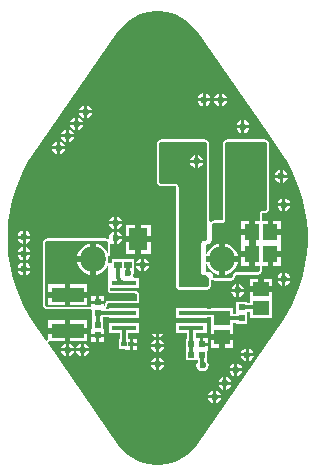
<source format=gtl>
G04*
G04 #@! TF.GenerationSoftware,Altium Limited,Altium Designer,20.1.14 (287)*
G04*
G04 Layer_Physical_Order=1*
G04 Layer_Color=255*
%FSLAX25Y25*%
%MOIN*%
G70*
G04*
G04 #@! TF.SameCoordinates,3CBCD0D0-32B7-46DE-8EB3-B5E10EB4AE05*
G04*
G04*
G04 #@! TF.FilePolarity,Positive*
G04*
G01*
G75*
%ADD13R,0.09843X0.12795*%
%ADD14R,0.06299X0.07480*%
%ADD15R,0.08465X0.01772*%
%ADD16R,0.08386X0.11811*%
%ADD17R,0.05118X0.05512*%
%ADD18R,0.11024X0.04921*%
%ADD19R,0.02165X0.02165*%
%ADD20R,0.02756X0.02441*%
%ADD21R,0.01968X0.01654*%
%ADD22R,0.02165X0.02165*%
%ADD23R,0.05512X0.05118*%
%ADD37C,0.03150*%
%ADD38C,0.01181*%
%ADD39C,0.02362*%
%ADD40C,0.08661*%
%ADD41C,0.27559*%
%ADD42C,0.02362*%
G36*
X54869Y152397D02*
X56737Y151948D01*
X58539Y151282D01*
X60251Y150409D01*
X61848Y149340D01*
X63308Y148091D01*
X64611Y146679D01*
X65168Y145911D01*
X88667Y111851D01*
X94135Y103926D01*
X95084Y102442D01*
X96783Y99316D01*
X98256Y96077D01*
X99495Y92742D01*
X100493Y89327D01*
X101247Y85850D01*
X101751Y82328D01*
X102004Y78779D01*
Y75221D01*
X101751Y71672D01*
X101247Y68150D01*
X100493Y64673D01*
X99495Y61258D01*
X98256Y57923D01*
X97845Y57020D01*
X97836Y57000D01*
X96783Y54684D01*
X95084Y51558D01*
X94135Y50074D01*
X65168Y8089D01*
X64611Y7321D01*
X63308Y5909D01*
X61848Y4660D01*
X60251Y3591D01*
X58539Y2718D01*
X56737Y2052D01*
X54869Y1603D01*
X52961Y1377D01*
X51039D01*
X49131Y1603D01*
X47263Y2052D01*
X45461Y2718D01*
X43749Y3591D01*
X42152Y4660D01*
X40692Y5909D01*
X39389Y7321D01*
X38832Y8089D01*
X15380Y42080D01*
X15674Y42535D01*
X15877Y42535D01*
X21016D01*
Y45012D01*
X15488D01*
Y42969D01*
X15488Y42804D01*
X14988Y42648D01*
X9865Y50074D01*
X8916Y51558D01*
X7217Y54684D01*
X5744Y57923D01*
X4505Y61258D01*
X3507Y64673D01*
X2753Y68150D01*
X2249Y71672D01*
X1996Y75221D01*
Y78185D01*
Y78779D01*
X2249Y82328D01*
X2753Y85850D01*
X3507Y89327D01*
X4505Y92742D01*
X5744Y96077D01*
X7217Y99316D01*
X8916Y102442D01*
X9865Y103926D01*
X38832Y145911D01*
X39389Y146679D01*
X40692Y148091D01*
X42152Y149340D01*
X43749Y150409D01*
X45461Y151282D01*
X47263Y151948D01*
X49131Y152397D01*
X51039Y152623D01*
X52961D01*
X54869Y152397D01*
D02*
G37*
%LPC*%
G36*
X73500Y125124D02*
Y123500D01*
X75124D01*
X75055Y123851D01*
X74572Y124573D01*
X73851Y125055D01*
X73500Y125124D01*
D02*
G37*
G36*
X72500D02*
X72149Y125055D01*
X71428Y124573D01*
X70946Y123851D01*
X70876Y123500D01*
X72500D01*
Y125124D01*
D02*
G37*
G36*
X68000D02*
Y123500D01*
X69624D01*
X69555Y123851D01*
X69073Y124573D01*
X68351Y125055D01*
X68000Y125124D01*
D02*
G37*
G36*
X67000D02*
X66649Y125055D01*
X65927Y124573D01*
X65446Y123851D01*
X65376Y123500D01*
X67000D01*
Y125124D01*
D02*
G37*
G36*
X75124Y122500D02*
X73500D01*
Y120876D01*
X73851Y120946D01*
X74572Y121428D01*
X75055Y122149D01*
X75124Y122500D01*
D02*
G37*
G36*
X72500D02*
X70876D01*
X70946Y122149D01*
X71428Y121428D01*
X72149Y120946D01*
X72500Y120876D01*
Y122500D01*
D02*
G37*
G36*
X69624D02*
X68000D01*
Y120876D01*
X68351Y120946D01*
X69073Y121428D01*
X69555Y122149D01*
X69624Y122500D01*
D02*
G37*
G36*
X67000D02*
X65376D01*
X65446Y122149D01*
X65927Y121428D01*
X66649Y120946D01*
X67000Y120876D01*
Y122500D01*
D02*
G37*
G36*
X28500Y121124D02*
Y119500D01*
X30124D01*
X30055Y119851D01*
X29572Y120572D01*
X28851Y121054D01*
X28500Y121124D01*
D02*
G37*
G36*
X27500D02*
X27149Y121054D01*
X26428Y120572D01*
X25945Y119851D01*
X25876Y119500D01*
X27500D01*
Y121124D01*
D02*
G37*
G36*
X30124Y118500D02*
X28500D01*
Y116876D01*
X28851Y116946D01*
X29572Y117428D01*
X30055Y118149D01*
X30124Y118500D01*
D02*
G37*
G36*
X27500D02*
X25876D01*
X25945Y118149D01*
X26428Y117428D01*
X27149Y116946D01*
X27500Y116876D01*
Y118500D01*
D02*
G37*
G36*
X25500Y117124D02*
Y115500D01*
X27124D01*
X27055Y115851D01*
X26572Y116572D01*
X25851Y117054D01*
X25500Y117124D01*
D02*
G37*
G36*
X24500D02*
X24149Y117054D01*
X23427Y116572D01*
X22945Y115851D01*
X22876Y115500D01*
X24500D01*
Y117124D01*
D02*
G37*
G36*
X80992Y116185D02*
Y114561D01*
X82617D01*
X82547Y114912D01*
X82065Y115633D01*
X81343Y116115D01*
X80992Y116185D01*
D02*
G37*
G36*
X79992D02*
X79641Y116115D01*
X78920Y115633D01*
X78438Y114912D01*
X78368Y114561D01*
X79992D01*
Y116185D01*
D02*
G37*
G36*
X27124Y114500D02*
X25500D01*
Y112876D01*
X25851Y112945D01*
X26572Y113427D01*
X27055Y114149D01*
X27124Y114500D01*
D02*
G37*
G36*
X24500D02*
X22876D01*
X22945Y114149D01*
X23427Y113427D01*
X24149Y112945D01*
X24500Y112876D01*
Y114500D01*
D02*
G37*
G36*
X82617Y113561D02*
X80992D01*
Y111936D01*
X81343Y112006D01*
X82065Y112488D01*
X82547Y113210D01*
X82617Y113561D01*
D02*
G37*
G36*
X79992D02*
X78368D01*
X78438Y113210D01*
X78920Y112488D01*
X79641Y112006D01*
X79992Y111936D01*
Y113561D01*
D02*
G37*
G36*
X22500Y113124D02*
Y111500D01*
X24124D01*
X24055Y111851D01*
X23573Y112573D01*
X22851Y113055D01*
X22500Y113124D01*
D02*
G37*
G36*
X21500D02*
X21149Y113055D01*
X20427Y112573D01*
X19945Y111851D01*
X19876Y111500D01*
X21500D01*
Y113124D01*
D02*
G37*
G36*
X24124Y110500D02*
X22500D01*
Y108876D01*
X22851Y108946D01*
X23573Y109427D01*
X24055Y110149D01*
X24124Y110500D01*
D02*
G37*
G36*
X21500D02*
X19876D01*
X19945Y110149D01*
X20427Y109427D01*
X21149Y108946D01*
X21500Y108876D01*
Y110500D01*
D02*
G37*
G36*
X19500Y109124D02*
Y107500D01*
X21124D01*
X21055Y107851D01*
X20572Y108572D01*
X19851Y109055D01*
X19500Y109124D01*
D02*
G37*
G36*
X18500D02*
X18149Y109055D01*
X17427Y108572D01*
X16945Y107851D01*
X16876Y107500D01*
X18500D01*
Y109124D01*
D02*
G37*
G36*
X21124Y106500D02*
X19500D01*
Y104876D01*
X19851Y104946D01*
X20572Y105428D01*
X21055Y106149D01*
X21124Y106500D01*
D02*
G37*
G36*
X18500D02*
X16876D01*
X16945Y106149D01*
X17427Y105428D01*
X18149Y104946D01*
X18500Y104876D01*
Y106500D01*
D02*
G37*
G36*
X93709Y99624D02*
Y98000D01*
X95333D01*
X95263Y98351D01*
X94781Y99072D01*
X94060Y99555D01*
X93709Y99624D01*
D02*
G37*
G36*
X92709D02*
X92358Y99555D01*
X91636Y99072D01*
X91154Y98351D01*
X91084Y98000D01*
X92709D01*
Y99624D01*
D02*
G37*
G36*
X95333Y97000D02*
X93709D01*
Y95376D01*
X94060Y95446D01*
X94781Y95928D01*
X95263Y96649D01*
X95333Y97000D01*
D02*
G37*
G36*
X92709D02*
X91084D01*
X91154Y96649D01*
X91636Y95928D01*
X92358Y95446D01*
X92709Y95376D01*
Y97000D01*
D02*
G37*
G36*
X94635Y90124D02*
Y88500D01*
X96260D01*
X96190Y88851D01*
X95708Y89573D01*
X94986Y90055D01*
X94635Y90124D01*
D02*
G37*
G36*
X93635D02*
X93284Y90055D01*
X92563Y89573D01*
X92081Y88851D01*
X92011Y88500D01*
X93635D01*
Y90124D01*
D02*
G37*
G36*
X96260Y87500D02*
X94635D01*
Y85876D01*
X94986Y85945D01*
X95708Y86427D01*
X96190Y87149D01*
X96260Y87500D01*
D02*
G37*
G36*
X93635D02*
X92011D01*
X92081Y87149D01*
X92563Y86427D01*
X93284Y85945D01*
X93635Y85876D01*
Y87500D01*
D02*
G37*
G36*
X38500Y84124D02*
Y82500D01*
X40124D01*
X40055Y82851D01*
X39573Y83573D01*
X38851Y84054D01*
X38500Y84124D01*
D02*
G37*
G36*
X37500D02*
X37149Y84054D01*
X36428Y83573D01*
X35945Y82851D01*
X35876Y82500D01*
X37500D01*
Y84124D01*
D02*
G37*
G36*
X87699Y109803D02*
X75301D01*
X74994Y109742D01*
X74994Y109742D01*
X74626Y109590D01*
X74366Y109415D01*
X74085Y109134D01*
X73910Y108874D01*
X73758Y108506D01*
X73697Y108199D01*
Y83039D01*
X73694Y83002D01*
X73651Y82899D01*
X73601Y82849D01*
X73498Y82806D01*
X73461Y82803D01*
X70801D01*
X70494Y82742D01*
X70494Y82742D01*
X70126Y82590D01*
X69866Y82415D01*
X69803Y82352D01*
X69303Y82560D01*
Y108199D01*
X69242Y108506D01*
X69242Y108506D01*
X69090Y108874D01*
X68915Y109134D01*
X68634Y109415D01*
X68374Y109590D01*
X68006Y109742D01*
X67699Y109803D01*
X53301D01*
X52994Y109742D01*
X52994Y109742D01*
X52626Y109590D01*
X52366Y109415D01*
X52085Y109134D01*
X51911Y108874D01*
X51758Y108506D01*
X51697Y108199D01*
Y95801D01*
X51758Y95494D01*
X51911Y95126D01*
X52085Y94866D01*
X52366Y94585D01*
X52626Y94411D01*
X52994Y94258D01*
X53301Y94197D01*
X57961D01*
X57998Y94194D01*
X58101Y94151D01*
X58151Y94101D01*
X58193Y93998D01*
X58197Y93961D01*
Y60900D01*
X58258Y60593D01*
X58299Y60495D01*
Y60327D01*
X58390D01*
X58508Y60149D01*
X58649Y60008D01*
X58909Y59834D01*
X59093Y59758D01*
X59400Y59697D01*
X68199D01*
X68506Y59758D01*
X68874Y59911D01*
X69134Y60085D01*
X69415Y60366D01*
X69590Y60626D01*
X69742Y60994D01*
X69803Y61301D01*
Y62941D01*
X70303Y63148D01*
X70366Y63085D01*
X70626Y62910D01*
X70994Y62758D01*
X71301Y62697D01*
X76199D01*
X76506Y62758D01*
X76874Y62910D01*
X77134Y63085D01*
X77415Y63366D01*
X77589Y63626D01*
X77742Y63994D01*
X77803Y64301D01*
X78094Y64697D01*
X85199D01*
X85506Y64758D01*
X85874Y64911D01*
X86134Y65085D01*
X86415Y65366D01*
X86589Y65626D01*
X86742Y65994D01*
X86803Y66301D01*
Y67744D01*
X88665D01*
Y71500D01*
X89650D01*
Y72484D01*
X93209D01*
Y75244D01*
Y78016D01*
X89650D01*
Y79000D01*
X88665D01*
Y82756D01*
X86803D01*
Y84961D01*
X86806Y84998D01*
X86849Y85101D01*
X86899Y85151D01*
X87002Y85194D01*
X87039Y85197D01*
X87699D01*
X88006Y85258D01*
X88374Y85410D01*
X88634Y85585D01*
X88915Y85866D01*
X89090Y86126D01*
X89242Y86494D01*
X89303Y86801D01*
Y108199D01*
X89242Y108506D01*
X89242Y108506D01*
X89090Y108874D01*
X88915Y109134D01*
X88634Y109415D01*
X88374Y109590D01*
X88006Y109742D01*
X87699Y109803D01*
D02*
G37*
G36*
X93209Y82756D02*
X90634D01*
Y79984D01*
X93209D01*
Y82756D01*
D02*
G37*
G36*
X40124Y81500D02*
X38500D01*
Y79876D01*
X38851Y79945D01*
X39573Y80427D01*
X40055Y81149D01*
X40124Y81500D01*
D02*
G37*
G36*
X37500D02*
X35876D01*
X35945Y81149D01*
X36428Y80427D01*
X37149Y79945D01*
X37500Y79876D01*
Y81500D01*
D02*
G37*
G36*
X8000Y79331D02*
Y77707D01*
X9624D01*
X9566Y78000D01*
X9555Y78058D01*
X9072Y78780D01*
X8351Y79262D01*
X8000Y79331D01*
D02*
G37*
G36*
X7000D02*
X6649Y79262D01*
X5928Y78780D01*
X5446Y78058D01*
X5434Y78000D01*
X5376Y77707D01*
X7000D01*
Y79331D01*
D02*
G37*
G36*
X38500Y79124D02*
Y77500D01*
X40124D01*
X40055Y77851D01*
X39573Y78572D01*
X38851Y79054D01*
X38500Y79124D01*
D02*
G37*
G36*
X49685Y81240D02*
X46520D01*
Y77484D01*
X49685D01*
Y81240D01*
D02*
G37*
G36*
X44551D02*
X41386D01*
Y77484D01*
X44551D01*
Y81240D01*
D02*
G37*
G36*
X37500Y79124D02*
X37149Y79054D01*
X36428Y78572D01*
X36045Y78000D01*
X35945Y77851D01*
X35776Y77000D01*
X35794Y76910D01*
X35575Y76698D01*
X35346Y76601D01*
X35006Y76742D01*
X34699Y76803D01*
X15301D01*
X14994Y76742D01*
X14994Y76742D01*
X14626Y76590D01*
X14366Y76415D01*
X14085Y76134D01*
X13911Y75874D01*
X13758Y75506D01*
X13697Y75199D01*
Y54801D01*
X13758Y54494D01*
X13911Y54126D01*
X14085Y53866D01*
X14366Y53585D01*
X14626Y53411D01*
X14994Y53258D01*
X15301Y53197D01*
X29917D01*
X30130Y53023D01*
Y50130D01*
X30130D01*
Y49870D01*
X30130D01*
Y46539D01*
X29917D01*
Y44957D01*
X32000D01*
X34083D01*
Y46539D01*
X33870D01*
Y49870D01*
X33870D01*
Y50095D01*
X33954Y50595D01*
X35661D01*
Y50327D01*
X45701D01*
Y53673D01*
X35661D01*
Y53405D01*
X35162D01*
X34977Y53750D01*
X34942Y53905D01*
X35089Y54126D01*
X35242Y54494D01*
X35303Y54801D01*
X35594Y55197D01*
X45000D01*
X45307Y55258D01*
X45410Y55327D01*
X45701D01*
Y55632D01*
X45742Y55693D01*
X45803Y56000D01*
Y58100D01*
X45742Y58407D01*
X45701Y58505D01*
Y58673D01*
X45610D01*
X45492Y58851D01*
X45351Y58992D01*
X45090Y59166D01*
X44907Y59242D01*
X44907Y59242D01*
X44600Y59303D01*
X36540D01*
X36502Y59307D01*
X36399Y59349D01*
X36349Y59399D01*
X36307Y59502D01*
X36303Y59540D01*
Y60327D01*
X45701D01*
Y63673D01*
X44120D01*
X43853Y64173D01*
X43968Y64346D01*
X44121Y65114D01*
X44046Y65492D01*
X44280Y65992D01*
X44280D01*
Y70008D01*
X36720D01*
Y68621D01*
X36257Y68344D01*
X36220Y68349D01*
X36068Y68577D01*
X35807Y68752D01*
X35519Y68809D01*
X35656Y69854D01*
X35519Y70900D01*
X35807Y70957D01*
X36068Y71131D01*
X36242Y71392D01*
X36303Y71699D01*
Y74910D01*
X36489Y75066D01*
X36803Y75177D01*
X37149Y74945D01*
X37500Y74876D01*
Y77000D01*
Y79124D01*
D02*
G37*
G36*
X9624Y76707D02*
X8000D01*
Y75083D01*
X8351Y75153D01*
X9072Y75635D01*
X9555Y76356D01*
X9624Y76707D01*
D02*
G37*
G36*
X7000D02*
X5376D01*
X5446Y76356D01*
X5928Y75635D01*
X6649Y75153D01*
X7000Y75083D01*
Y76707D01*
D02*
G37*
G36*
X40124Y76500D02*
X38500D01*
Y74876D01*
X38851Y74945D01*
X39573Y75428D01*
X40055Y76149D01*
X40124Y76500D01*
D02*
G37*
G36*
X8000Y73870D02*
Y72246D01*
X9624D01*
X9555Y72597D01*
X9072Y73318D01*
X8351Y73800D01*
X8000Y73870D01*
D02*
G37*
G36*
X7000D02*
X6649Y73800D01*
X5928Y73318D01*
X5446Y72597D01*
X5376Y72246D01*
X7000D01*
Y73870D01*
D02*
G37*
G36*
X49685Y75516D02*
X46520D01*
Y71760D01*
X49685D01*
Y75516D01*
D02*
G37*
G36*
X44551D02*
X41386D01*
Y71760D01*
X44551D01*
Y75516D01*
D02*
G37*
G36*
X9624Y71246D02*
X8000D01*
Y69622D01*
X8351Y69691D01*
X9072Y70173D01*
X9555Y70895D01*
X9624Y71246D01*
D02*
G37*
G36*
X7000D02*
X5376D01*
X5446Y70895D01*
X5928Y70173D01*
X6649Y69691D01*
X7000Y69622D01*
Y71246D01*
D02*
G37*
G36*
X47500Y70124D02*
Y68500D01*
X49124D01*
X49055Y68851D01*
X48572Y69573D01*
X47851Y70055D01*
X47500Y70124D01*
D02*
G37*
G36*
X46500D02*
X46213Y70067D01*
X46149Y70055D01*
X45428Y69573D01*
X44945Y68851D01*
X44876Y68500D01*
X46500D01*
Y70124D01*
D02*
G37*
G36*
X93209Y70516D02*
X90634D01*
Y67744D01*
X93209D01*
Y70516D01*
D02*
G37*
G36*
X8000Y68677D02*
Y67052D01*
X9624D01*
X9555Y67403D01*
X9072Y68125D01*
X8351Y68607D01*
X8000Y68677D01*
D02*
G37*
G36*
X7000D02*
X6649Y68607D01*
X5928Y68125D01*
X5446Y67403D01*
X5376Y67052D01*
X7000D01*
Y68677D01*
D02*
G37*
G36*
X49124Y67500D02*
X47500D01*
Y65876D01*
X47851Y65946D01*
X48572Y66427D01*
X49055Y67149D01*
X49124Y67500D01*
D02*
G37*
G36*
X46500D02*
X44876D01*
X44945Y67149D01*
X45428Y66427D01*
X46149Y65946D01*
X46500Y65876D01*
Y67500D01*
D02*
G37*
G36*
X9624Y66052D02*
X8000D01*
Y64428D01*
X8351Y64498D01*
X9072Y64980D01*
X9555Y65701D01*
X9624Y66052D01*
D02*
G37*
G36*
X7000D02*
X5376D01*
X5446Y65701D01*
X5928Y64980D01*
X6649Y64498D01*
X7000Y64428D01*
Y66052D01*
D02*
G37*
G36*
X94635Y65323D02*
Y63699D01*
X96260D01*
X96190Y64050D01*
X95708Y64771D01*
X94986Y65254D01*
X94635Y65323D01*
D02*
G37*
G36*
X93635D02*
X93284Y65254D01*
X92563Y64771D01*
X92081Y64050D01*
X92011Y63699D01*
X93635D01*
Y65323D01*
D02*
G37*
G36*
X96260Y62699D02*
X94635D01*
Y61075D01*
X94986Y61144D01*
X95708Y61626D01*
X96190Y62348D01*
X96260Y62699D01*
D02*
G37*
G36*
X93635D02*
X92011D01*
X92081Y62348D01*
X92563Y61626D01*
X93284Y61144D01*
X93635Y61075D01*
Y62699D01*
D02*
G37*
G36*
X90256Y63358D02*
X87484D01*
Y60783D01*
X90256D01*
Y63358D01*
D02*
G37*
G36*
X85516D02*
X82744D01*
Y60783D01*
X85516D01*
Y63358D01*
D02*
G37*
G36*
X79253Y61569D02*
Y59944D01*
X80877D01*
X80808Y60295D01*
X80326Y61017D01*
X79604Y61499D01*
X79253Y61569D01*
D02*
G37*
G36*
X78253D02*
X77902Y61499D01*
X77181Y61017D01*
X76698Y60295D01*
X76629Y59944D01*
X78253D01*
Y61569D01*
D02*
G37*
G36*
X80877Y58944D02*
X79253D01*
Y57320D01*
X79604Y57390D01*
X80326Y57872D01*
X80808Y58593D01*
X80877Y58944D01*
D02*
G37*
G36*
X78253D02*
X76629D01*
X76698Y58593D01*
X77181Y57872D01*
X77902Y57390D01*
X78253Y57320D01*
Y58944D01*
D02*
G37*
G36*
X90256Y58815D02*
X82744D01*
Y57000D01*
Y56240D01*
X82957D01*
Y55177D01*
X81870D01*
Y55642D01*
X78130D01*
Y51555D01*
X77043D01*
Y53496D01*
X69957D01*
Y53405D01*
X68339D01*
Y53673D01*
X58299D01*
Y50327D01*
X68339D01*
Y50595D01*
X69957D01*
Y47409D01*
X69744D01*
Y44835D01*
X73500D01*
Y43850D01*
D01*
Y44835D01*
X77256D01*
Y47409D01*
X77043D01*
Y48745D01*
X78130D01*
Y48358D01*
X81870D01*
Y52367D01*
X82957D01*
Y50154D01*
X90043D01*
Y56240D01*
X90256D01*
Y57000D01*
Y58815D01*
D02*
G37*
G36*
X28512Y49457D02*
X22984D01*
Y46980D01*
X28512D01*
Y49457D01*
D02*
G37*
G36*
X21016D02*
X15488D01*
Y46980D01*
X21016D01*
Y49457D01*
D02*
G37*
G36*
X53871Y44874D02*
X52500D01*
Y43876D01*
X52851Y43945D01*
X53572Y44427D01*
X53871Y44874D01*
D02*
G37*
G36*
X51500D02*
X50129D01*
X50428Y44427D01*
X51149Y43945D01*
X51500Y43876D01*
Y44874D01*
D02*
G37*
G36*
X28512Y45012D02*
X22984D01*
Y42535D01*
X28512D01*
Y45012D01*
D02*
G37*
G36*
X34083Y43957D02*
X32500D01*
Y42374D01*
X34083D01*
Y43957D01*
D02*
G37*
G36*
X31500D02*
X29917D01*
Y42374D01*
X31500D01*
Y43957D01*
D02*
G37*
G36*
X45205Y43327D02*
X43720D01*
Y42000D01*
X45205D01*
Y43327D01*
D02*
G37*
G36*
X68854Y43583D02*
X67272D01*
Y42000D01*
X68854D01*
Y43583D01*
D02*
G37*
G36*
X52500Y43124D02*
Y41500D01*
X54124D01*
X54054Y41851D01*
X53572Y42573D01*
X52851Y43055D01*
X52500Y43124D01*
D02*
G37*
G36*
X51500D02*
X51149Y43055D01*
X50428Y42573D01*
X49945Y41851D01*
X49876Y41500D01*
X51500D01*
Y43124D01*
D02*
G37*
G36*
X77256Y42866D02*
X74484D01*
Y40291D01*
X77256D01*
Y42866D01*
D02*
G37*
G36*
X72516D02*
X69744D01*
Y40291D01*
X72516D01*
Y42866D01*
D02*
G37*
G36*
X27500Y41798D02*
Y40173D01*
X29124D01*
X29055Y40524D01*
X28572Y41246D01*
X27851Y41728D01*
X27500Y41798D01*
D02*
G37*
G36*
X26500D02*
X26149Y41728D01*
X25427Y41246D01*
X24945Y40524D01*
X24876Y40173D01*
X26500D01*
Y41798D01*
D02*
G37*
G36*
X22500D02*
Y40173D01*
X24124D01*
X24055Y40524D01*
X23573Y41246D01*
X22851Y41728D01*
X22500Y41798D01*
D02*
G37*
G36*
X21500D02*
X21149Y41728D01*
X20427Y41246D01*
X19945Y40524D01*
X19876Y40173D01*
X21500D01*
Y41798D01*
D02*
G37*
G36*
X45205Y41000D02*
X43720D01*
Y39673D01*
X45205D01*
Y41000D01*
D02*
G37*
G36*
X45701Y48673D02*
X35661D01*
Y45327D01*
X39375D01*
Y43114D01*
X39008D01*
Y39886D01*
X41236D01*
Y39673D01*
X42720D01*
Y41500D01*
Y43327D01*
X42184D01*
Y45327D01*
X45701D01*
Y48673D01*
D02*
G37*
G36*
X54124Y40500D02*
X52500D01*
Y38876D01*
X52851Y38945D01*
X53572Y39428D01*
X54054Y40149D01*
X54124Y40500D01*
D02*
G37*
G36*
X51500D02*
X49876D01*
X49945Y40149D01*
X50428Y39428D01*
X51149Y38945D01*
X51500Y38876D01*
Y40500D01*
D02*
G37*
G36*
X82370Y40124D02*
Y38500D01*
X83994D01*
X83925Y38851D01*
X83443Y39573D01*
X82721Y40055D01*
X82370Y40124D01*
D02*
G37*
G36*
X81370D02*
X81019Y40055D01*
X80298Y39573D01*
X79816Y38851D01*
X79746Y38500D01*
X81370D01*
Y40124D01*
D02*
G37*
G36*
X29124Y39173D02*
X27500D01*
Y37549D01*
X27851Y37619D01*
X28572Y38101D01*
X29055Y38822D01*
X29124Y39173D01*
D02*
G37*
G36*
X26500D02*
X24876D01*
X24945Y38822D01*
X25427Y38101D01*
X26149Y37619D01*
X26500Y37549D01*
Y39173D01*
D02*
G37*
G36*
X24124D02*
X22500D01*
Y37549D01*
X22851Y37619D01*
X23573Y38101D01*
X24055Y38822D01*
X24124Y39173D01*
D02*
G37*
G36*
X21500D02*
X19876D01*
X19945Y38822D01*
X20427Y38101D01*
X21149Y37619D01*
X21500Y37549D01*
Y39173D01*
D02*
G37*
G36*
X83994Y37500D02*
X82370D01*
Y35876D01*
X82721Y35945D01*
X83443Y36428D01*
X83925Y37149D01*
X83994Y37500D01*
D02*
G37*
G36*
X81370D02*
X79746D01*
X79816Y37149D01*
X80298Y36428D01*
X81019Y35945D01*
X81370Y35876D01*
Y37500D01*
D02*
G37*
G36*
X52500Y37124D02*
Y35500D01*
X54124D01*
X54054Y35851D01*
X53572Y36573D01*
X52851Y37055D01*
X52500Y37124D01*
D02*
G37*
G36*
X51500D02*
X51149Y37055D01*
X50428Y36573D01*
X49945Y35851D01*
X49876Y35500D01*
X51500D01*
Y37124D01*
D02*
G37*
G36*
X78630Y35124D02*
Y33500D01*
X80254D01*
X80185Y33851D01*
X79702Y34572D01*
X78981Y35055D01*
X78630Y35124D01*
D02*
G37*
G36*
X77630D02*
X77279Y35055D01*
X76557Y34572D01*
X76075Y33851D01*
X76006Y33500D01*
X77630D01*
Y35124D01*
D02*
G37*
G36*
X54124Y34500D02*
X52500D01*
Y32876D01*
X52851Y32945D01*
X53572Y33428D01*
X54054Y34149D01*
X54124Y34500D01*
D02*
G37*
G36*
X51500D02*
X49876D01*
X49945Y34149D01*
X50428Y33428D01*
X51149Y32945D01*
X51500Y32876D01*
Y34500D01*
D02*
G37*
G36*
X68339Y48673D02*
X58299D01*
Y45327D01*
X61914D01*
Y43370D01*
X61358D01*
Y39630D01*
X61358D01*
Y36130D01*
X65367D01*
Y35599D01*
X65146Y35268D01*
X64993Y34500D01*
X65146Y33732D01*
X65581Y33081D01*
X66232Y32646D01*
X67000Y32493D01*
X67768Y32646D01*
X68419Y33081D01*
X68854Y33732D01*
X69007Y34500D01*
X68854Y35268D01*
X68612Y35630D01*
X68642Y36130D01*
X68642Y36130D01*
Y39417D01*
X68854D01*
Y41000D01*
X66772D01*
Y41500D01*
X66272D01*
Y43583D01*
X64724D01*
Y45327D01*
X68339D01*
Y48673D01*
D02*
G37*
G36*
X80254Y32500D02*
X78630D01*
Y30876D01*
X78981Y30945D01*
X79702Y31427D01*
X80185Y32149D01*
X80254Y32500D01*
D02*
G37*
G36*
X77630D02*
X76006D01*
X76075Y32149D01*
X76557Y31427D01*
X77279Y30945D01*
X77630Y30876D01*
Y32500D01*
D02*
G37*
G36*
X74984Y30629D02*
Y29005D01*
X76609D01*
X76539Y29356D01*
X76057Y30077D01*
X75335Y30560D01*
X74984Y30629D01*
D02*
G37*
G36*
X73984D02*
X73633Y30560D01*
X72912Y30077D01*
X72430Y29356D01*
X72360Y29005D01*
X73984D01*
Y30629D01*
D02*
G37*
G36*
X76609Y28005D02*
X74984D01*
Y26381D01*
X75335Y26450D01*
X76057Y26932D01*
X76539Y27654D01*
X76609Y28005D01*
D02*
G37*
G36*
X73984D02*
X72360D01*
X72430Y27654D01*
X72912Y26932D01*
X73633Y26450D01*
X73984Y26381D01*
Y28005D01*
D02*
G37*
G36*
X71500Y26124D02*
Y24500D01*
X73124D01*
X73054Y24851D01*
X72572Y25572D01*
X71851Y26055D01*
X71500Y26124D01*
D02*
G37*
G36*
X70500D02*
X70149Y26055D01*
X69428Y25572D01*
X68945Y24851D01*
X68876Y24500D01*
X70500D01*
Y26124D01*
D02*
G37*
G36*
X73124Y23500D02*
X71500D01*
Y21876D01*
X71851Y21945D01*
X72572Y22427D01*
X73054Y23149D01*
X73124Y23500D01*
D02*
G37*
G36*
X70500D02*
X68876D01*
X68945Y23149D01*
X69428Y22427D01*
X70149Y21945D01*
X70500Y21876D01*
Y23500D01*
D02*
G37*
%LPD*%
G36*
X88066Y108848D02*
X88348Y108566D01*
X88500Y108199D01*
Y108000D01*
Y87000D01*
Y86801D01*
X88348Y86434D01*
X88066Y86152D01*
X87699Y86000D01*
X87000D01*
X86805Y85981D01*
X86444Y85831D01*
X86168Y85556D01*
X86019Y85195D01*
X86000Y85000D01*
Y82756D01*
X84335D01*
Y79000D01*
X83350D01*
Y78016D01*
X79791D01*
Y75244D01*
Y72484D01*
X83350D01*
Y71500D01*
X84335D01*
Y67744D01*
X86000D01*
Y66500D01*
Y66301D01*
X85848Y65934D01*
X85566Y65652D01*
X85199Y65500D01*
X78000D01*
X77805Y65481D01*
X77444Y65332D01*
X77169Y65056D01*
X77019Y64695D01*
X77000Y64500D01*
Y64301D01*
X76848Y63933D01*
X76566Y63652D01*
X76199Y63500D01*
X71301D01*
X70934Y63652D01*
X70652Y63933D01*
X70500Y64301D01*
Y64500D01*
X70481Y64695D01*
X70332Y65056D01*
X70056Y65332D01*
X69695Y65481D01*
X69500Y65500D01*
X68801D01*
X68433Y65652D01*
X68152Y65934D01*
X68000Y66301D01*
Y66500D01*
Y74000D01*
Y74199D01*
X68152Y74566D01*
X68433Y74848D01*
X68801Y75000D01*
X69000D01*
X69195Y75019D01*
X69556Y75169D01*
X69832Y75444D01*
X69981Y75805D01*
X70000Y76000D01*
Y81000D01*
Y81199D01*
X70152Y81566D01*
X70433Y81848D01*
X70801Y82000D01*
X73500D01*
X73695Y82019D01*
X74056Y82169D01*
X74331Y82444D01*
X74481Y82805D01*
X74500Y83000D01*
Y108000D01*
Y108199D01*
X74652Y108566D01*
X74933Y108848D01*
X75301Y109000D01*
X87699D01*
X88066Y108848D01*
D02*
G37*
G36*
X68066D02*
X68348Y108566D01*
X68500Y108199D01*
Y108000D01*
Y77000D01*
Y76801D01*
X68348Y76433D01*
X68066Y76152D01*
X67699Y76000D01*
X67500D01*
X67305Y75981D01*
X66944Y75832D01*
X66668Y75556D01*
X66519Y75195D01*
X66500Y75000D01*
Y65500D01*
X66519Y65305D01*
X66668Y64944D01*
X66944Y64669D01*
X67305Y64519D01*
X67500Y64500D01*
X68199D01*
X68566Y64348D01*
X68848Y64066D01*
X69000Y63699D01*
Y63500D01*
Y61500D01*
Y61301D01*
X68848Y60934D01*
X68566Y60652D01*
X68199Y60500D01*
X59400D01*
X59217Y60576D01*
X59076Y60717D01*
X59000Y60900D01*
Y61000D01*
Y94000D01*
X58981Y94195D01*
X58832Y94556D01*
X58556Y94832D01*
X58195Y94981D01*
X58000Y95000D01*
X53301D01*
X52934Y95152D01*
X52652Y95433D01*
X52500Y95801D01*
Y96000D01*
Y108000D01*
Y108199D01*
X52652Y108566D01*
X52934Y108848D01*
X53301Y109000D01*
X67699D01*
X68066Y108848D01*
D02*
G37*
%LPC*%
G36*
X82366Y82756D02*
X79791D01*
Y79984D01*
X82366D01*
Y82756D01*
D02*
G37*
G36*
X74490Y75102D02*
Y70839D01*
X78753D01*
X78699Y71246D01*
X78162Y72543D01*
X77308Y73656D01*
X76194Y74511D01*
X74897Y75048D01*
X74490Y75102D01*
D02*
G37*
G36*
X72522D02*
X72114Y75048D01*
X70818Y74511D01*
X69704Y73656D01*
X68849Y72543D01*
X68312Y71246D01*
X68259Y70839D01*
X72522D01*
Y75102D01*
D02*
G37*
G36*
X82366Y70516D02*
X79791D01*
Y67744D01*
X82366D01*
Y70516D01*
D02*
G37*
G36*
X78753Y68870D02*
X74490D01*
Y64607D01*
X74897Y64661D01*
X76194Y65198D01*
X77308Y66052D01*
X78162Y67166D01*
X78699Y68463D01*
X78753Y68870D01*
D02*
G37*
G36*
X72522D02*
X68259D01*
X68312Y68463D01*
X68849Y67166D01*
X69704Y66052D01*
X70818Y65198D01*
X72114Y64661D01*
X72522Y64607D01*
Y68870D01*
D02*
G37*
G36*
X65500Y104624D02*
Y103000D01*
X67124D01*
X67054Y103351D01*
X66572Y104072D01*
X65851Y104554D01*
X65500Y104624D01*
D02*
G37*
G36*
X64500D02*
X64149Y104554D01*
X63428Y104072D01*
X62945Y103351D01*
X62876Y103000D01*
X64500D01*
Y104624D01*
D02*
G37*
G36*
X67124Y102000D02*
X65500D01*
Y100376D01*
X65851Y100445D01*
X66572Y100927D01*
X67054Y101649D01*
X67124Y102000D01*
D02*
G37*
G36*
X64500D02*
X62876D01*
X62945Y101649D01*
X63428Y100927D01*
X64149Y100445D01*
X64500Y100376D01*
Y102000D01*
D02*
G37*
%LPD*%
G36*
X35066Y75848D02*
X35348Y75566D01*
X35500Y75199D01*
Y75000D01*
Y71699D01*
X35151Y72543D01*
X34296Y73656D01*
X33182Y74511D01*
X31886Y75048D01*
X31478Y75102D01*
Y69854D01*
Y64607D01*
X31886Y64661D01*
X33182Y65198D01*
X34296Y66052D01*
X35151Y67166D01*
X35500Y68010D01*
Y59500D01*
X35519Y59305D01*
X35669Y58944D01*
X35944Y58669D01*
X36305Y58519D01*
X36500Y58500D01*
X44600D01*
X44783Y58424D01*
X44924Y58283D01*
X45000Y58100D01*
Y58000D01*
Y56000D01*
X35500D01*
X35305Y55981D01*
X34944Y55831D01*
X34668Y55556D01*
X34519Y55195D01*
X34500Y55000D01*
Y54801D01*
X34348Y54434D01*
X34083Y54168D01*
Y55043D01*
X32000D01*
X29917D01*
Y54000D01*
X15301D01*
X14933Y54152D01*
X14652Y54434D01*
X14500Y54801D01*
Y55000D01*
Y75000D01*
Y75199D01*
X14652Y75566D01*
X14933Y75848D01*
X15301Y76000D01*
X34699D01*
X35066Y75848D01*
D02*
G37*
%LPC*%
G36*
X29510Y75102D02*
X29103Y75048D01*
X27806Y74511D01*
X26692Y73656D01*
X25838Y72543D01*
X25301Y71246D01*
X25247Y70839D01*
X29510D01*
Y75102D01*
D02*
G37*
G36*
Y68870D02*
X25247D01*
X25301Y68463D01*
X25838Y67166D01*
X26692Y66052D01*
X27806Y65198D01*
X29103Y64661D01*
X29510Y64607D01*
Y68870D01*
D02*
G37*
G36*
X28512Y61465D02*
X22984D01*
Y58988D01*
X28512D01*
Y61465D01*
D02*
G37*
G36*
X21016D02*
X15488D01*
Y58988D01*
X21016D01*
Y61465D01*
D02*
G37*
G36*
X34083Y57626D02*
X32500D01*
Y56043D01*
X34083D01*
Y57626D01*
D02*
G37*
G36*
X31500D02*
X29917D01*
Y56043D01*
X31500D01*
Y57626D01*
D02*
G37*
G36*
X28512Y57020D02*
X22984D01*
Y54543D01*
X28512D01*
Y57020D01*
D02*
G37*
G36*
X21016D02*
X15488D01*
Y54543D01*
X21016D01*
Y57020D01*
D02*
G37*
%LPD*%
D13*
X81500Y102000D02*
D03*
X57878D02*
D03*
D14*
X45535Y76500D02*
D03*
X62465D02*
D03*
D15*
X63319Y62000D02*
D03*
Y57000D02*
D03*
Y47000D02*
D03*
Y52000D02*
D03*
X40681Y47000D02*
D03*
Y52000D02*
D03*
Y62000D02*
D03*
Y57000D02*
D03*
D16*
X52000Y54500D02*
D03*
D17*
X83350Y79000D02*
D03*
X89650D02*
D03*
X83350Y71500D02*
D03*
X89650D02*
D03*
D18*
X22000Y58004D02*
D03*
Y45996D02*
D03*
D19*
X32000Y55543D02*
D03*
Y52000D02*
D03*
Y48000D02*
D03*
Y44457D02*
D03*
X80000Y53772D02*
D03*
Y50228D02*
D03*
D20*
X38886Y68000D02*
D03*
X42114D02*
D03*
D21*
X43220Y41500D02*
D03*
X40780D02*
D03*
D22*
X63228D02*
D03*
X66772D02*
D03*
X63228Y38000D02*
D03*
X66772D02*
D03*
D23*
X73500Y50150D02*
D03*
Y43850D02*
D03*
X86500Y59799D02*
D03*
Y53500D02*
D03*
D37*
X54100Y54500D02*
D03*
X49800D02*
D03*
Y58600D02*
D03*
X54100D02*
D03*
Y50300D02*
D03*
X49900D02*
D03*
D38*
X86500Y53500D02*
X86228Y53772D01*
X40780Y46902D02*
X40681Y47000D01*
X79921Y50150D02*
X80000Y50228D01*
X73500Y50150D02*
X73252Y51075D01*
X72575Y51752D01*
X71650Y52000D01*
X66772Y34728D02*
X67000Y34500D01*
X63228Y41500D02*
X63319Y41591D01*
X38886Y63795D02*
X39126Y62898D01*
X39783Y62240D01*
X40681Y62000D01*
X80000Y53772D02*
X86228D01*
X40780Y41500D02*
Y46902D01*
X73500Y50150D02*
X79921D01*
X63319Y52000D02*
X71650D01*
X66772Y34728D02*
Y38000D01*
X63228D02*
Y41500D01*
X63319Y41591D02*
Y47000D01*
X63228Y38000D02*
X63228D01*
X32000Y48000D02*
Y52000D01*
X40681D01*
X42114Y65114D02*
Y68000D01*
X38886Y63795D02*
Y68000D01*
D39*
X83350Y71500D02*
Y79000D01*
D40*
X73506Y69854D02*
D03*
X30494D02*
D03*
D41*
X52000Y17650D02*
D03*
Y136350D02*
D03*
D42*
X80492Y114061D02*
D03*
X93209Y97500D02*
D03*
X78753Y59444D02*
D03*
X7500Y66552D02*
D03*
Y71746D02*
D03*
Y77207D02*
D03*
X73000Y123000D02*
D03*
X67500D02*
D03*
X81870Y38000D02*
D03*
X78130Y33000D02*
D03*
X74484Y28505D02*
D03*
X71000Y24000D02*
D03*
X28000Y119000D02*
D03*
X25000Y115000D02*
D03*
X22000Y111000D02*
D03*
X19000Y107000D02*
D03*
X38000Y82000D02*
D03*
Y77000D02*
D03*
X27000Y39673D02*
D03*
X22000D02*
D03*
X94135Y63199D02*
D03*
X94135Y88000D02*
D03*
X47000Y68000D02*
D03*
X52000Y35000D02*
D03*
Y41000D02*
D03*
Y46000D02*
D03*
X67000Y34500D02*
D03*
X65000Y102500D02*
D03*
X42114Y65114D02*
D03*
M02*

</source>
